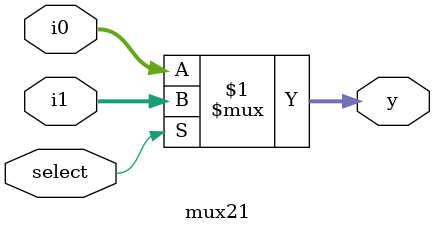
<source format=sv>
module mux21(input logic [31:0] i0,i1,
       input logic select,
       output logic [31:0]y);
       
       assign y=(select)?i1:i0;
endmodule


</source>
